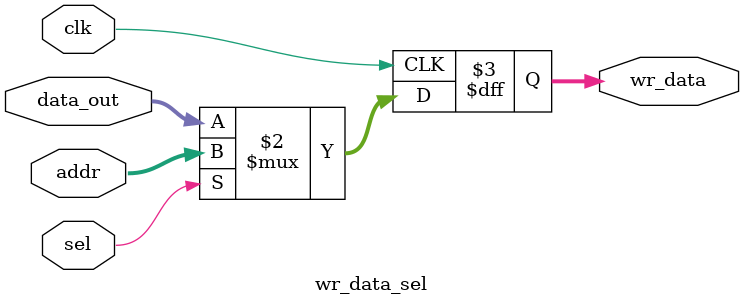
<source format=v>
`timescale 1ns / 1ps

//´æ´¢Æ÷Êý¾ÝÑ¡Ôñ£¬Çø±ðALUµÄÊä³öÓë´æ´¢Æ÷µÄ¶ÁÈ¡µÄÊý¾Ý
module wr_data_sel(
	input clk,
	input [31:0]data_out,
	input [31:0]addr,
	input sel, //opcode[6]
	output reg [31:0] wr_data
);

	always @(negedge clk) 
	begin
	wr_data <= sel ? addr : data_out;
    end
    
endmodule 

</source>
